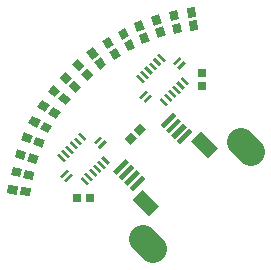
<source format=gts>
G04 (created by PCBNEW (2013-jul-07)-stable) date Wed 30 Dec 2015 07:31:02 PM CST*
%MOIN*%
G04 Gerber Fmt 3.4, Leading zero omitted, Abs format*
%FSLAX34Y34*%
G01*
G70*
G90*
G04 APERTURE LIST*
%ADD10C,0.00590551*%
%ADD11R,0.0315X0.0275*%
%ADD12R,0.0275X0.0315*%
%ADD13C,0.0944882*%
G04 APERTURE END LIST*
G54D10*
G36*
X71544Y-10843D02*
X71817Y-10807D01*
X71858Y-11120D01*
X71585Y-11155D01*
X71544Y-10843D01*
X71544Y-10843D01*
G37*
G36*
X71488Y-10415D02*
X71760Y-10379D01*
X71801Y-10691D01*
X71529Y-10727D01*
X71488Y-10415D01*
X71488Y-10415D01*
G37*
G36*
X70980Y-10953D02*
X71249Y-10893D01*
X71317Y-11201D01*
X71048Y-11260D01*
X70980Y-10953D01*
X70980Y-10953D01*
G37*
G36*
X70887Y-10531D02*
X71155Y-10471D01*
X71223Y-10779D01*
X70955Y-10838D01*
X70887Y-10531D01*
X70887Y-10531D01*
G37*
G36*
X70417Y-11101D02*
X70680Y-11018D01*
X70774Y-11318D01*
X70512Y-11401D01*
X70417Y-11101D01*
X70417Y-11101D01*
G37*
G36*
X70288Y-10689D02*
X70550Y-10606D01*
X70645Y-10906D01*
X70382Y-10989D01*
X70288Y-10689D01*
X70288Y-10689D01*
G37*
G36*
X69875Y-11307D02*
X70129Y-11202D01*
X70250Y-11493D01*
X69996Y-11598D01*
X69875Y-11307D01*
X69875Y-11307D01*
G37*
G36*
X69710Y-10908D02*
X69964Y-10803D01*
X70084Y-11094D01*
X69830Y-11199D01*
X69710Y-10908D01*
X69710Y-10908D01*
G37*
G36*
X69373Y-11572D02*
X69617Y-11445D01*
X69762Y-11724D01*
X69519Y-11851D01*
X69373Y-11572D01*
X69373Y-11572D01*
G37*
G36*
X69174Y-11188D02*
X69418Y-11061D01*
X69563Y-11341D01*
X69319Y-11468D01*
X69174Y-11188D01*
X69174Y-11188D01*
G37*
G36*
X68872Y-11875D02*
X69104Y-11727D01*
X69273Y-11993D01*
X69041Y-12140D01*
X68872Y-11875D01*
X68872Y-11875D01*
G37*
G36*
X68640Y-11510D02*
X68871Y-11363D01*
X69041Y-11628D01*
X68809Y-11776D01*
X68640Y-11510D01*
X68640Y-11510D01*
G37*
G36*
X68391Y-12216D02*
X68609Y-12049D01*
X68801Y-12299D01*
X68582Y-12466D01*
X68391Y-12216D01*
X68391Y-12216D01*
G37*
G36*
X68128Y-11874D02*
X68346Y-11706D01*
X68538Y-11956D01*
X68319Y-12123D01*
X68128Y-11874D01*
X68128Y-11874D01*
G37*
G36*
X67949Y-12596D02*
X68152Y-12410D01*
X68365Y-12643D01*
X68162Y-12828D01*
X67949Y-12596D01*
X67949Y-12596D01*
G37*
G36*
X67658Y-12278D02*
X67860Y-12092D01*
X68073Y-12324D01*
X67870Y-12510D01*
X67658Y-12278D01*
X67658Y-12278D01*
G37*
G36*
X67548Y-13014D02*
X67734Y-12812D01*
X67966Y-13024D01*
X67780Y-13227D01*
X67548Y-13014D01*
X67548Y-13014D01*
G37*
G36*
X67230Y-12723D02*
X67415Y-12520D01*
X67648Y-12733D01*
X67462Y-12935D01*
X67230Y-12723D01*
X67230Y-12723D01*
G37*
G36*
X67187Y-13451D02*
X67354Y-13233D01*
X67604Y-13425D01*
X67437Y-13643D01*
X67187Y-13451D01*
X67187Y-13451D01*
G37*
G36*
X66844Y-13188D02*
X67011Y-12970D01*
X67261Y-13162D01*
X67094Y-13380D01*
X66844Y-13188D01*
X66844Y-13188D01*
G37*
G36*
X66865Y-13926D02*
X67012Y-13694D01*
X67278Y-13864D01*
X67130Y-14096D01*
X66865Y-13926D01*
X66865Y-13926D01*
G37*
G36*
X66500Y-13694D02*
X66648Y-13462D01*
X66914Y-13632D01*
X66766Y-13864D01*
X66500Y-13694D01*
X66500Y-13694D01*
G37*
G36*
X66582Y-14440D02*
X66709Y-14196D01*
X66989Y-14341D01*
X66862Y-14585D01*
X66582Y-14440D01*
X66582Y-14440D01*
G37*
G36*
X66199Y-14240D02*
X66326Y-13996D01*
X66606Y-14142D01*
X66479Y-14386D01*
X66199Y-14240D01*
X66199Y-14240D01*
G37*
G36*
X66359Y-14952D02*
X66464Y-14698D01*
X66755Y-14819D01*
X66650Y-15073D01*
X66359Y-14952D01*
X66359Y-14952D01*
G37*
G36*
X65960Y-14787D02*
X66065Y-14533D01*
X66356Y-14653D01*
X66251Y-14907D01*
X65960Y-14787D01*
X65960Y-14787D01*
G37*
G36*
X66156Y-15503D02*
X66238Y-15240D01*
X66539Y-15335D01*
X66456Y-15597D01*
X66156Y-15503D01*
X66156Y-15503D01*
G37*
G36*
X65744Y-15373D02*
X65826Y-15110D01*
X66127Y-15205D01*
X66044Y-15467D01*
X65744Y-15373D01*
X65744Y-15373D01*
G37*
G36*
X66031Y-16072D02*
X66090Y-15803D01*
X66398Y-15871D01*
X66338Y-16140D01*
X66031Y-16072D01*
X66031Y-16072D01*
G37*
G36*
X65609Y-15978D02*
X65669Y-15710D01*
X65976Y-15778D01*
X65917Y-16046D01*
X65609Y-15978D01*
X65609Y-15978D01*
G37*
G36*
X65925Y-16640D02*
X65961Y-16367D01*
X66274Y-16408D01*
X66238Y-16681D01*
X65925Y-16640D01*
X65925Y-16640D01*
G37*
G36*
X65497Y-16583D02*
X65533Y-16310D01*
X65845Y-16352D01*
X65809Y-16624D01*
X65497Y-16583D01*
X65497Y-16583D01*
G37*
G54D11*
X67815Y-16751D03*
X68247Y-16751D03*
G54D12*
X71988Y-12559D03*
X71988Y-12991D03*
G54D10*
G36*
X69625Y-14550D02*
X69819Y-14744D01*
X69596Y-14967D01*
X69402Y-14773D01*
X69625Y-14550D01*
X69625Y-14550D01*
G37*
G36*
X69930Y-14244D02*
X70125Y-14439D01*
X69902Y-14662D01*
X69707Y-14467D01*
X69930Y-14244D01*
X69930Y-14244D01*
G37*
G36*
X69575Y-16386D02*
X69985Y-15976D01*
X70101Y-16093D01*
X69692Y-16502D01*
X69575Y-16386D01*
X69575Y-16386D01*
G37*
G36*
X70595Y-14291D02*
X71004Y-13882D01*
X71116Y-13993D01*
X70706Y-14403D01*
X70595Y-14291D01*
X70595Y-14291D01*
G37*
G36*
X69032Y-15843D02*
X69442Y-15433D01*
X69558Y-15550D01*
X69149Y-15959D01*
X69032Y-15843D01*
X69032Y-15843D01*
G37*
G36*
X69213Y-16024D02*
X69623Y-15614D01*
X69739Y-15731D01*
X69330Y-16140D01*
X69213Y-16024D01*
X69213Y-16024D01*
G37*
G36*
X69394Y-16205D02*
X69804Y-15795D01*
X69920Y-15912D01*
X69511Y-16321D01*
X69394Y-16205D01*
X69394Y-16205D01*
G37*
G36*
X71134Y-14827D02*
X71543Y-14418D01*
X71660Y-14535D01*
X71251Y-14944D01*
X71134Y-14827D01*
X71134Y-14827D01*
G37*
G36*
X70953Y-14646D02*
X71362Y-14237D01*
X71479Y-14354D01*
X71069Y-14763D01*
X70953Y-14646D01*
X70953Y-14646D01*
G37*
G36*
X70770Y-14467D02*
X71180Y-14057D01*
X71296Y-14174D01*
X70887Y-14583D01*
X70770Y-14467D01*
X70770Y-14467D01*
G37*
G36*
X68275Y-15746D02*
X68497Y-15968D01*
X68428Y-16038D01*
X68205Y-15815D01*
X68275Y-15746D01*
X68275Y-15746D01*
G37*
G36*
X68414Y-15607D02*
X68636Y-15829D01*
X68567Y-15899D01*
X68344Y-15676D01*
X68414Y-15607D01*
X68414Y-15607D01*
G37*
G36*
X68553Y-15467D02*
X68776Y-15690D01*
X68706Y-15760D01*
X68483Y-15537D01*
X68553Y-15467D01*
X68553Y-15467D01*
G37*
G36*
X68692Y-15328D02*
X68915Y-15551D01*
X68845Y-15620D01*
X68623Y-15398D01*
X68692Y-15328D01*
X68692Y-15328D01*
G37*
G36*
X68135Y-15885D02*
X68358Y-16108D01*
X68289Y-16177D01*
X68066Y-15955D01*
X68135Y-15885D01*
X68135Y-15885D01*
G37*
G36*
X67996Y-16024D02*
X68219Y-16247D01*
X68149Y-16316D01*
X67927Y-16094D01*
X67996Y-16024D01*
X67996Y-16024D01*
G37*
G36*
X67634Y-14827D02*
X67857Y-15050D01*
X67787Y-15119D01*
X67565Y-14897D01*
X67634Y-14827D01*
X67634Y-14827D01*
G37*
G36*
X67773Y-14688D02*
X67996Y-14911D01*
X67927Y-14980D01*
X67704Y-14757D01*
X67773Y-14688D01*
X67773Y-14688D01*
G37*
G36*
X67913Y-14549D02*
X68135Y-14771D01*
X68066Y-14841D01*
X67843Y-14618D01*
X67913Y-14549D01*
X67913Y-14549D01*
G37*
G36*
X67495Y-14966D02*
X67718Y-15189D01*
X67648Y-15259D01*
X67426Y-15036D01*
X67495Y-14966D01*
X67495Y-14966D01*
G37*
G36*
X67356Y-15105D02*
X67579Y-15328D01*
X67509Y-15398D01*
X67286Y-15175D01*
X67356Y-15105D01*
X67356Y-15105D01*
G37*
G36*
X67217Y-15245D02*
X67439Y-15467D01*
X67370Y-15537D01*
X67147Y-15314D01*
X67217Y-15245D01*
X67217Y-15245D01*
G37*
G36*
X68734Y-14799D02*
X68804Y-14869D01*
X68581Y-15092D01*
X68511Y-15022D01*
X68734Y-14799D01*
X68734Y-14799D01*
G37*
G36*
X68595Y-14660D02*
X68664Y-14730D01*
X68442Y-14952D01*
X68372Y-14883D01*
X68595Y-14660D01*
X68595Y-14660D01*
G37*
G36*
X67620Y-15913D02*
X67690Y-15982D01*
X67467Y-16205D01*
X67398Y-16136D01*
X67620Y-15913D01*
X67620Y-15913D01*
G37*
G36*
X67481Y-15774D02*
X67551Y-15843D01*
X67328Y-16066D01*
X67258Y-15996D01*
X67481Y-15774D01*
X67481Y-15774D01*
G37*
G36*
X70912Y-13108D02*
X71135Y-13331D01*
X71065Y-13400D01*
X70843Y-13178D01*
X70912Y-13108D01*
X70912Y-13108D01*
G37*
G36*
X71052Y-12969D02*
X71274Y-13191D01*
X71205Y-13261D01*
X70982Y-13038D01*
X71052Y-12969D01*
X71052Y-12969D01*
G37*
G36*
X71191Y-12830D02*
X71413Y-13052D01*
X71344Y-13122D01*
X71121Y-12899D01*
X71191Y-12830D01*
X71191Y-12830D01*
G37*
G36*
X71330Y-12690D02*
X71553Y-12913D01*
X71483Y-12983D01*
X71260Y-12760D01*
X71330Y-12690D01*
X71330Y-12690D01*
G37*
G36*
X70773Y-13247D02*
X70996Y-13470D01*
X70926Y-13539D01*
X70704Y-13317D01*
X70773Y-13247D01*
X70773Y-13247D01*
G37*
G36*
X70634Y-13386D02*
X70857Y-13609D01*
X70787Y-13679D01*
X70564Y-13456D01*
X70634Y-13386D01*
X70634Y-13386D01*
G37*
G36*
X70272Y-12189D02*
X70495Y-12412D01*
X70425Y-12482D01*
X70202Y-12259D01*
X70272Y-12189D01*
X70272Y-12189D01*
G37*
G36*
X70411Y-12050D02*
X70634Y-12273D01*
X70564Y-12342D01*
X70342Y-12120D01*
X70411Y-12050D01*
X70411Y-12050D01*
G37*
G36*
X70550Y-11911D02*
X70773Y-12134D01*
X70704Y-12203D01*
X70481Y-11980D01*
X70550Y-11911D01*
X70550Y-11911D01*
G37*
G36*
X70133Y-12328D02*
X70356Y-12551D01*
X70286Y-12621D01*
X70063Y-12398D01*
X70133Y-12328D01*
X70133Y-12328D01*
G37*
G36*
X69994Y-12468D02*
X70216Y-12690D01*
X70147Y-12760D01*
X69924Y-12537D01*
X69994Y-12468D01*
X69994Y-12468D01*
G37*
G36*
X69855Y-12607D02*
X70077Y-12830D01*
X70008Y-12899D01*
X69785Y-12676D01*
X69855Y-12607D01*
X69855Y-12607D01*
G37*
G36*
X71372Y-12161D02*
X71441Y-12231D01*
X71219Y-12454D01*
X71149Y-12384D01*
X71372Y-12161D01*
X71372Y-12161D01*
G37*
G36*
X71233Y-12022D02*
X71302Y-12092D01*
X71079Y-12315D01*
X71010Y-12245D01*
X71233Y-12022D01*
X71233Y-12022D01*
G37*
G36*
X70258Y-13275D02*
X70328Y-13345D01*
X70105Y-13567D01*
X70035Y-13498D01*
X70258Y-13275D01*
X70258Y-13275D01*
G37*
G36*
X70119Y-13136D02*
X70189Y-13205D01*
X69966Y-13428D01*
X69896Y-13359D01*
X70119Y-13136D01*
X70119Y-13136D01*
G37*
G54D13*
X70015Y-18115D02*
X70349Y-18449D01*
X73272Y-14857D02*
X73606Y-15192D01*
G54D10*
G36*
X72172Y-15400D02*
X71616Y-14844D01*
X71950Y-14509D01*
X72506Y-15066D01*
X72172Y-15400D01*
X72172Y-15400D01*
G37*
G36*
X70224Y-17349D02*
X69667Y-16792D01*
X70001Y-16458D01*
X70558Y-17015D01*
X70224Y-17349D01*
X70224Y-17349D01*
G37*
M02*

</source>
